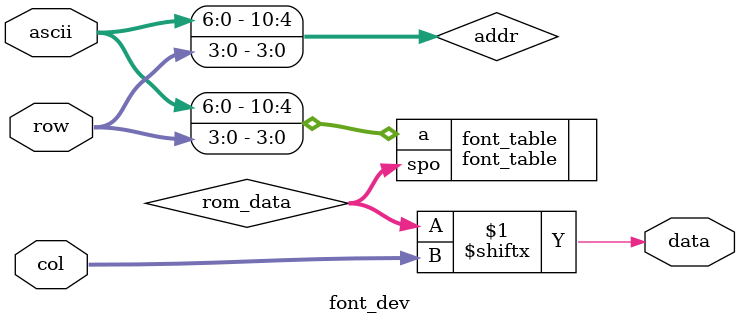
<source format=v>
`timescale 1ns / 1ps
module font_dev(
	input [7:0] ascii,
	input [3:0] row,
	input [2:0] col,
   
	output data
	);

	wire [10:0] addr;
	wire [7:0] rom_data;
    
	assign addr[11:0] = {ascii[7:0], row[3:0]};
	
    
	font_table font_table(
		.a(addr),
		.spo(rom_data));

	assign data = rom_data[col[2:0]];

endmodule

</source>
